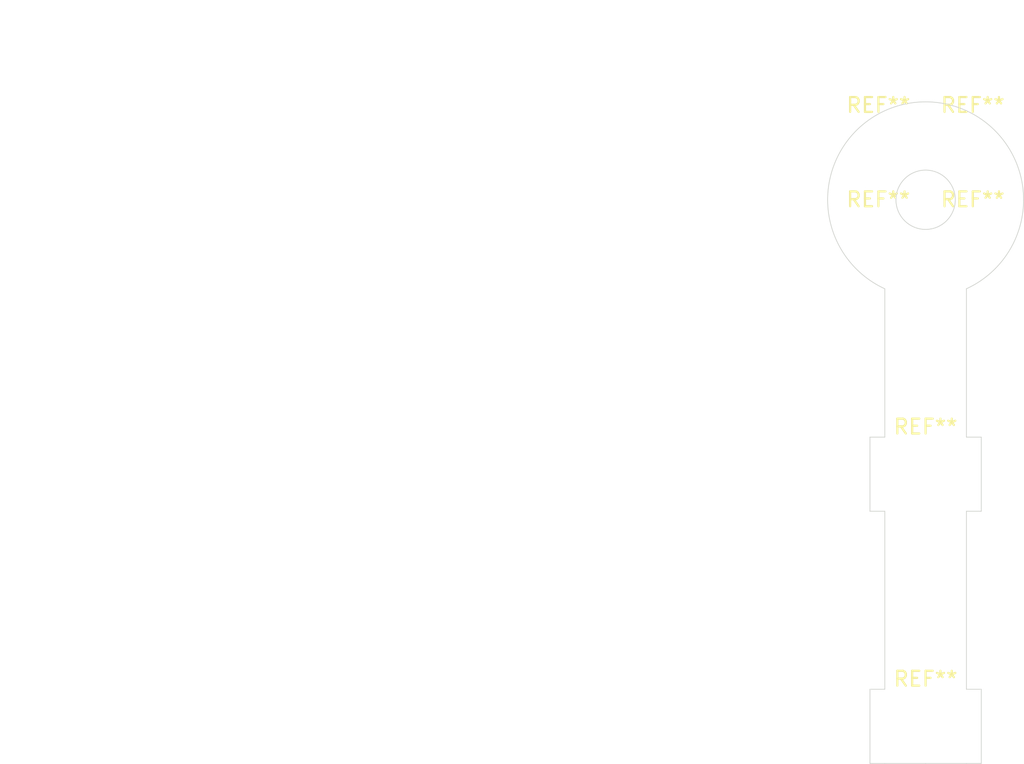
<source format=kicad_pcb>
(kicad_pcb (version 20241229) (generator "pcbnew") (generator_version "9.0")
  (layers (0 "F.Cu" signal) (2 "B.Cu" signal) (25 "Edge.Cuts" user))
  (net 0 "")
  (footprint "MountingHole:MountingHole_2.2mm_M2" (layer "F.Cu") (at 100 118.5)
    (property "Reference" "REF**" (at 0 -3.2 0) (layer "F.SilkS"))
    (property "Value" "MountingHole_2.2mm_M2")
    (pad "" np_thru_hole circle (at 0 0) (size 2.2 2.2) (drill 2.2) (layers "*.Cu" "*.Mask"))
  )
  (footprint "MountingHole:MountingHole_2.2mm_M2" (layer "F.Cu") (at 96.82 96.82)
    (property "Reference" "REF**" (at 0 -3.2 0) (layer "F.SilkS"))
    (property "Value" "MountingHole_2.2mm_M2")
    (pad "" np_thru_hole circle (at 0 0) (size 2.2 2.2) (drill 2.2) (layers "*.Cu" "*.Mask"))
  )
  (footprint "MountingHole:MountingHole_2.2mm_M2" (layer "F.Cu") (at 103.18 103.18)
    (property "Reference" "REF**" (at 0 -3.2 0) (layer "F.SilkS"))
    (property "Value" "MountingHole_2.2mm_M2")
    (pad "" np_thru_hole circle (at 0 0) (size 2.2 2.2) (drill 2.2) (layers "*.Cu" "*.Mask"))
  )
  (footprint "MountingHole:MountingHole_2.2mm_M2" (layer "F.Cu") (at 96.82 103.18)
    (property "Reference" "REF**" (at 0 -3.2 0) (layer "F.SilkS"))
    (property "Value" "MountingHole_2.2mm_M2")
    (pad "" np_thru_hole circle (at 0 0) (size 2.2 2.2) (drill 2.2) (layers "*.Cu" "*.Mask"))
  )
  (footprint "MountingHole:MountingHole_2.2mm_M2" (layer "F.Cu") (at 103.18 96.82)
    (property "Reference" "REF**" (at 0 -3.2 0) (layer "F.SilkS"))
    (property "Value" "MountingHole_2.2mm_M2")
    (pad "" np_thru_hole circle (at 0 0) (size 2.2 2.2) (drill 2.2) (layers "*.Cu" "*.Mask"))
  )
  (footprint "MountingHole:MountingHole_2.2mm_M2" (layer "F.Cu") (at 100 135.5)
    (property "Reference" "REF**" (at 0 -3.2 0) (layer "F.SilkS"))
    (property "Value" "MountingHole_2.2mm_M2")
    (pad "" np_thru_hole circle (at 0 0) (size 2.2 2.2) (drill 2.2) (layers "*.Cu" "*.Mask"))
  )
  (gr_line (start 102.75 138.000001) (end 100 138.000001) (stroke (width 0.05)) (layer "Edge.Cuts"))
  (gr_line (start 103.75 121.000001) (end 102.75 121.000001) (stroke (width 0.05)) (layer "Edge.Cuts"))
  (gr_line (start 96.25 138) (end 97.25 138) (stroke (width 0.05)) (layer "Edge.Cuts"))
  (gr_arc (start 97.25 106) (mid 100 93.399811) (end 102.75 106) (stroke (width 0.05)) (layer "Edge.Cuts"))
  (gr_line (start 97.25 116) (end 96.25 116) (stroke (width 0.05)) (layer "Edge.Cuts"))
  (gr_line (start 102.75 116.000001) (end 103.75 116.000001) (stroke (width 0.05)) (layer "Edge.Cuts"))
  (gr_line (start 97.25 121) (end 97.25 133) (stroke (width 0.05)) (layer "Edge.Cuts"))
  (gr_line (start 96.25 133) (end 96.25 138) (stroke (width 0.05)) (layer "Edge.Cuts"))
  (gr_line (start 103.75 116.000001) (end 103.75 121.000001) (stroke (width 0.05)) (layer "Edge.Cuts"))
  (gr_line (start 96.25 116) (end 96.25 121) (stroke (width 0.05)) (layer "Edge.Cuts"))
  (gr_circle (center 100 100) (end 102 100) (stroke (width 0.05)) (fill no) (layer "Edge.Cuts"))
  (gr_line (start 97.25 138) (end 100 138) (stroke (width 0.05)) (layer "Edge.Cuts"))
  (gr_line (start 97.25 105.999999) (end 97.25 116) (stroke (width 0.05)) (layer "Edge.Cuts"))
  (gr_line (start 102.75 133.000001) (end 103.75 133.000001) (stroke (width 0.05)) (layer "Edge.Cuts"))
  (gr_line (start 102.75 121.000001) (end 102.75 133.000001) (stroke (width 0.05)) (layer "Edge.Cuts"))
  (gr_line (start 103.75 133.000001) (end 103.75 138.000001) (stroke (width 0.05)) (layer "Edge.Cuts"))
  (gr_line (start 97.25 133) (end 96.25 133) (stroke (width 0.05)) (layer "Edge.Cuts"))
  (gr_line (start 102.75 106) (end 102.75 116.000001) (stroke (width 0.05)) (layer "Edge.Cuts"))
  (gr_line (start 103.75 138.000001) (end 102.75 138.000001) (stroke (width 0.05)) (layer "Edge.Cuts"))
  (gr_line (start 96.25 121) (end 97.25 121) (stroke (width 0.05)) (layer "Edge.Cuts"))
)
</source>
